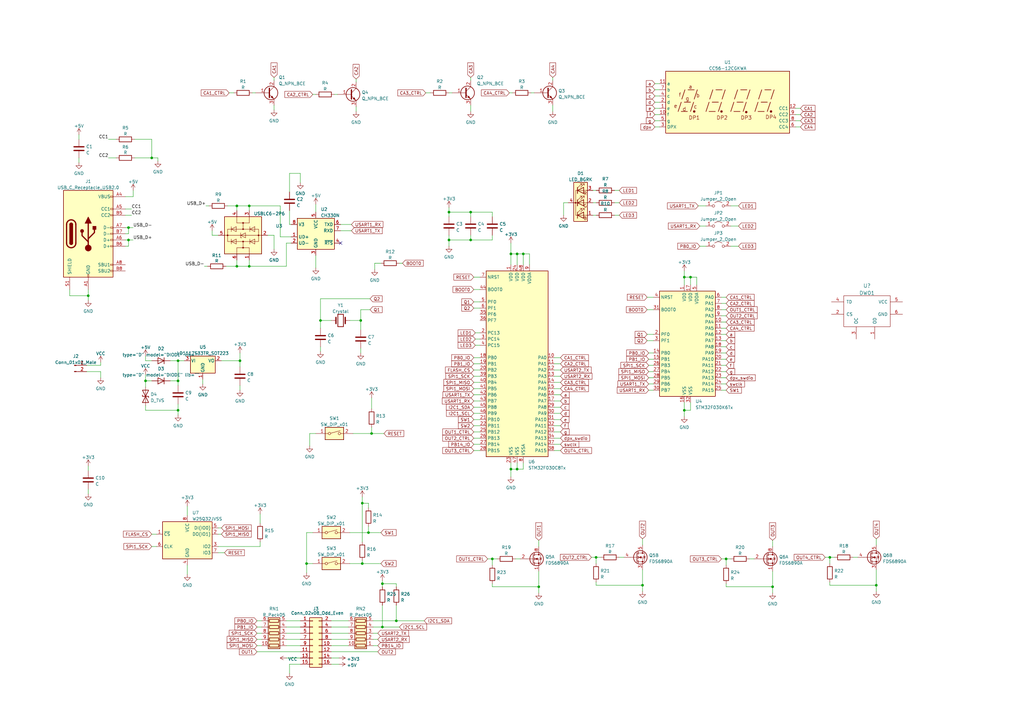
<source format=kicad_sch>
(kicad_sch (version 20211123) (generator eeschema)
  (paper "A3")
  (junction (at 102.235 109.22))
  (junction (at 152.4 177.8))
  (junction (at 36.195 121.285))
  (junction (at 97.155 84.455))
  (junction (at 212.09 104.14))
  (junction (at 62.23 64.77))
  (junction (at 359.41 240.03))
  (junction (at 280.67 168.275))
  (junction (at 220.98 240.665))
  (junction (at 125.73 231.14))
  (junction (at 283.21 113.665))
  (junction (at 184.15 86.995))
  (junction (at 73.025 156.21))
  (junction (at 73.025 147.955))
  (junction (at 209.55 192.405))
  (junction (at 316.865 240.665))
  (junction (at 97.155 109.22))
  (junction (at 148.59 231.14))
  (junction (at 52.705 93.345))
  (junction (at 263.525 240.03))
  (junction (at 156.845 257.175))
  (junction (at 214.63 104.14))
  (junction (at 148.59 206.375))
  (junction (at 193.04 86.995))
  (junction (at 212.09 192.405))
  (junction (at 151.13 218.44))
  (junction (at 340.36 228.6))
  (junction (at 59.69 156.21))
  (junction (at 297.815 229.235))
  (junction (at 184.15 98.425))
  (junction (at 102.235 84.455))
  (junction (at 52.705 98.425))
  (junction (at 156.845 239.395))
  (junction (at 162.56 254.635))
  (junction (at 193.04 98.425))
  (junction (at 209.55 104.14))
  (junction (at 280.67 113.665))
  (junction (at 147.955 131.445))
  (junction (at 244.475 228.6))
  (junction (at 73.025 168.275))
  (junction (at 131.445 131.445))
  (junction (at 98.425 147.955))
  (junction (at 201.93 229.235))
  (no_connect (at 139.7 99.695))
  (wire (pts (xy 62.23 224.155) (xy 64.135 224.155)))
  (wire (pts (xy 268.605 46.99) (xy 270.51 46.99)))
  (wire (pts (xy 243.205 88.265) (xy 244.475 88.265)))
  (wire (pts (xy 51.435 88.265) (xy 53.975 88.265)))
  (wire (pts (xy 128.27 38.735) (xy 129.54 38.735)))
  (wire (pts (xy 266.065 160.02) (xy 267.97 160.02)))
  (wire (pts (xy 35.56 149.86) (xy 41.275 149.86)))
  (wire (pts (xy 112.395 96.52) (xy 112.395 102.235)))
  (wire (pts (xy 212.09 192.405) (xy 209.55 192.405)))
  (wire (pts (xy 119.38 92.075) (xy 118.745 92.075)))
  (wire (pts (xy 156.845 248.285) (xy 156.845 257.175)))
  (wire (pts (xy 265.43 121.92) (xy 267.97 121.92)))
  (wire (pts (xy 194.31 161.925) (xy 196.85 161.925)))
  (wire (pts (xy 36.195 200.66) (xy 36.195 202.565)))
  (wire (pts (xy 156.845 239.395) (xy 162.56 239.395)))
  (wire (pts (xy 51.435 95.885) (xy 52.705 95.885)))
  (wire (pts (xy 220.98 221.615) (xy 220.98 224.155)))
  (wire (pts (xy 55.245 57.15) (xy 62.23 57.15)))
  (wire (pts (xy 118.745 272.415) (xy 118.745 276.225)))
  (wire (pts (xy 59.69 153.67) (xy 59.69 156.21)))
  (wire (pts (xy 283.21 165.1) (xy 283.21 168.275)))
  (wire (pts (xy 244.475 240.03) (xy 263.525 240.03)))
  (wire (pts (xy 263.525 220.98) (xy 263.525 223.52)))
  (wire (pts (xy 265.43 127) (xy 267.97 127)))
  (wire (pts (xy 212.09 189.865) (xy 212.09 192.405)))
  (wire (pts (xy 184.15 86.995) (xy 184.15 88.9)))
  (wire (pts (xy 102.235 106.68) (xy 102.235 109.22)))
  (wire (pts (xy 242.57 228.6) (xy 244.475 228.6)))
  (wire (pts (xy 285.75 113.665) (xy 283.21 113.665)))
  (wire (pts (xy 209.55 104.14) (xy 209.55 108.585)))
  (wire (pts (xy 280.67 165.1) (xy 280.67 168.275)))
  (wire (pts (xy 89.535 96.52) (xy 86.995 96.52)))
  (wire (pts (xy 201.93 229.235) (xy 201.93 231.775)))
  (wire (pts (xy 254 228.6) (xy 255.905 228.6)))
  (wire (pts (xy 105.41 267.335) (xy 123.19 267.335)))
  (wire (pts (xy 244.475 228.6) (xy 244.475 231.14)))
  (wire (pts (xy 217.805 38.1) (xy 219.075 38.1)))
  (wire (pts (xy 143.51 231.14) (xy 148.59 231.14)))
  (wire (pts (xy 243.205 83.185) (xy 244.475 83.185)))
  (wire (pts (xy 131.445 131.445) (xy 135.89 131.445)))
  (wire (pts (xy 299.72 229.235) (xy 297.815 229.235)))
  (wire (pts (xy 105.41 257.175) (xy 107.315 257.175)))
  (wire (pts (xy 148.59 231.14) (xy 156.21 231.14)))
  (wire (pts (xy 193.04 86.995) (xy 193.04 88.9)))
  (wire (pts (xy 52.705 100.965) (xy 52.705 98.425)))
  (wire (pts (xy 131.445 122.555) (xy 131.445 131.445)))
  (wire (pts (xy 193.04 98.425) (xy 184.15 98.425)))
  (wire (pts (xy 147.955 131.445) (xy 147.955 127)))
  (wire (pts (xy 148.59 206.375) (xy 148.59 222.25)))
  (wire (pts (xy 52.705 95.885) (xy 52.705 93.345)))
  (wire (pts (xy 123.19 71.12) (xy 123.19 74.93)))
  (wire (pts (xy 194.31 182.245) (xy 196.85 182.245)))
  (wire (pts (xy 44.45 57.15) (xy 47.625 57.15)))
  (wire (pts (xy 125.73 218.44) (xy 125.73 231.14)))
  (wire (pts (xy 194.31 172.085) (xy 196.85 172.085)))
  (wire (pts (xy 194.31 174.625) (xy 196.85 174.625)))
  (wire (pts (xy 326.39 46.99) (xy 328.295 46.99)))
  (wire (pts (xy 97.155 109.22) (xy 102.235 109.22)))
  (wire (pts (xy 59.69 156.21) (xy 59.69 158.75)))
  (wire (pts (xy 51.435 98.425) (xy 52.705 98.425)))
  (wire (pts (xy 280.67 111.125) (xy 280.67 113.665)))
  (wire (pts (xy 156.845 240.665) (xy 156.845 239.395)))
  (wire (pts (xy 252.095 83.185) (xy 254 83.185)))
  (wire (pts (xy 209.55 99.695) (xy 209.55 104.14)))
  (wire (pts (xy 227.33 154.305) (xy 229.87 154.305)))
  (wire (pts (xy 194.945 139.065) (xy 196.85 139.065)))
  (wire (pts (xy 268.605 36.83) (xy 270.51 36.83)))
  (wire (pts (xy 135.89 254.635) (xy 142.875 254.635)))
  (wire (pts (xy 64.77 64.77) (xy 64.77 66.04)))
  (wire (pts (xy 266.065 154.94) (xy 267.97 154.94)))
  (wire (pts (xy 153.035 262.255) (xy 154.94 262.255)))
  (wire (pts (xy 193.04 86.995) (xy 184.15 86.995)))
  (wire (pts (xy 76.835 207.645) (xy 76.835 211.455)))
  (wire (pts (xy 295.91 134.62) (xy 297.815 134.62)))
  (wire (pts (xy 156.845 257.175) (xy 163.83 257.175)))
  (wire (pts (xy 28.575 118.745) (xy 28.575 121.285)))
  (wire (pts (xy 143.51 131.445) (xy 147.955 131.445)))
  (wire (pts (xy 220.98 234.315) (xy 220.98 240.665)))
  (wire (pts (xy 266.065 149.86) (xy 267.97 149.86)))
  (wire (pts (xy 212.09 104.14) (xy 209.55 104.14)))
  (wire (pts (xy 265.43 137.16) (xy 267.97 137.16)))
  (wire (pts (xy 118.745 71.12) (xy 123.19 71.12)))
  (wire (pts (xy 55.245 64.77) (xy 62.23 64.77)))
  (wire (pts (xy 93.98 38.1) (xy 95.885 38.1)))
  (wire (pts (xy 283.21 168.275) (xy 280.67 168.275)))
  (wire (pts (xy 184.15 38.1) (xy 185.42 38.1)))
  (wire (pts (xy 226.695 43.18) (xy 226.695 45.72)))
  (wire (pts (xy 340.36 238.76) (xy 340.36 240.03)))
  (wire (pts (xy 295.91 127) (xy 297.815 127)))
  (wire (pts (xy 263.525 233.68) (xy 263.525 240.03)))
  (wire (pts (xy 214.63 104.14) (xy 217.17 104.14)))
  (wire (pts (xy 97.155 86.36) (xy 97.155 84.455)))
  (wire (pts (xy 266.065 152.4) (xy 267.97 152.4)))
  (wire (pts (xy 59.69 147.955) (xy 59.69 146.05)))
  (wire (pts (xy 148.59 203.835) (xy 148.59 206.375)))
  (wire (pts (xy 359.41 220.98) (xy 359.41 223.52)))
  (wire (pts (xy 32.385 64.77) (xy 32.385 66.675)))
  (wire (pts (xy 268.605 44.45) (xy 270.51 44.45)))
  (wire (pts (xy 295.91 144.78) (xy 297.815 144.78)))
  (wire (pts (xy 287.02 92.71) (xy 289.56 92.71)))
  (wire (pts (xy 103.505 38.1) (xy 104.775 38.1)))
  (wire (pts (xy 214.63 104.14) (xy 214.63 108.585)))
  (wire (pts (xy 146.05 32.385) (xy 146.05 33.655)))
  (wire (pts (xy 52.705 93.345) (xy 54.61 93.345)))
  (wire (pts (xy 265.43 139.7) (xy 267.97 139.7)))
  (wire (pts (xy 212.09 104.14) (xy 214.63 104.14)))
  (wire (pts (xy 194.31 118.745) (xy 196.85 118.745)))
  (wire (pts (xy 118.745 78.74) (xy 118.745 71.12)))
  (wire (pts (xy 36.195 121.285) (xy 36.195 123.19)))
  (wire (pts (xy 118.745 92.075) (xy 118.745 86.36)))
  (wire (pts (xy 153.67 110.49) (xy 153.67 107.95)))
  (wire (pts (xy 117.475 269.875) (xy 123.19 269.875)))
  (wire (pts (xy 212.09 192.405) (xy 214.63 192.405)))
  (wire (pts (xy 295.91 160.02) (xy 297.815 160.02)))
  (wire (pts (xy 194.31 126.365) (xy 196.85 126.365)))
  (wire (pts (xy 227.33 169.545) (xy 229.87 169.545)))
  (wire (pts (xy 152.4 177.8) (xy 157.48 177.8)))
  (wire (pts (xy 201.93 240.665) (xy 220.98 240.665)))
  (wire (pts (xy 227.33 161.925) (xy 229.87 161.925)))
  (wire (pts (xy 112.395 43.18) (xy 112.395 45.085)))
  (wire (pts (xy 227.33 182.245) (xy 229.87 182.245)))
  (wire (pts (xy 266.065 157.48) (xy 267.97 157.48)))
  (wire (pts (xy 283.21 113.665) (xy 280.67 113.665)))
  (wire (pts (xy 102.235 84.455) (xy 114.935 84.455)))
  (wire (pts (xy 280.67 168.275) (xy 280.67 170.815)))
  (wire (pts (xy 193.04 43.18) (xy 193.04 45.72)))
  (wire (pts (xy 83.185 155.575) (xy 83.185 157.48)))
  (wire (pts (xy 295.91 142.24) (xy 297.815 142.24)))
  (wire (pts (xy 89.535 216.535) (xy 90.805 216.535)))
  (wire (pts (xy 117.475 99.695) (xy 117.475 109.22)))
  (wire (pts (xy 220.98 240.665) (xy 220.98 243.205)))
  (wire (pts (xy 227.33 159.385) (xy 229.87 159.385)))
  (wire (pts (xy 144.78 177.8) (xy 152.4 177.8)))
  (wire (pts (xy 244.475 238.76) (xy 244.475 240.03)))
  (wire (pts (xy 174.625 38.1) (xy 176.53 38.1)))
  (wire (pts (xy 326.39 52.07) (xy 328.295 52.07)))
  (wire (pts (xy 97.155 84.455) (xy 102.235 84.455)))
  (wire (pts (xy 106.68 224.155) (xy 106.68 222.25)))
  (wire (pts (xy 252.095 88.265) (xy 254 88.265)))
  (wire (pts (xy 54.61 80.645) (xy 54.61 78.105)))
  (wire (pts (xy 184.15 85.09) (xy 184.15 86.995)))
  (wire (pts (xy 105.41 254.635) (xy 107.315 254.635)))
  (wire (pts (xy 156.845 238.125) (xy 156.845 239.395)))
  (wire (pts (xy 217.17 108.585) (xy 217.17 104.14)))
  (wire (pts (xy 51.435 85.725) (xy 53.975 85.725)))
  (wire (pts (xy 227.33 172.085) (xy 229.87 172.085)))
  (wire (pts (xy 151.13 208.28) (xy 151.13 206.375)))
  (wire (pts (xy 194.31 159.385) (xy 196.85 159.385)))
  (wire (pts (xy 295.91 132.08) (xy 297.815 132.08)))
  (wire (pts (xy 73.025 156.21) (xy 73.025 147.955)))
  (wire (pts (xy 209.55 192.405) (xy 209.55 195.58)))
  (wire (pts (xy 62.23 147.955) (xy 59.69 147.955)))
  (wire (pts (xy 214.63 189.865) (xy 214.63 192.405)))
  (wire (pts (xy 226.695 31.75) (xy 226.695 33.02)))
  (wire (pts (xy 203.835 229.235) (xy 201.93 229.235)))
  (wire (pts (xy 194.31 156.845) (xy 196.85 156.845)))
  (wire (pts (xy 131.445 142.24) (xy 131.445 144.145)))
  (wire (pts (xy 35.56 152.4) (xy 41.275 152.4)))
  (wire (pts (xy 184.15 98.425) (xy 184.15 100.965)))
  (wire (pts (xy 194.31 164.465) (xy 196.85 164.465)))
  (wire (pts (xy 287.02 100.965) (xy 289.56 100.965)))
  (wire (pts (xy 194.31 179.705) (xy 196.85 179.705)))
  (wire (pts (xy 227.33 151.765) (xy 229.87 151.765)))
  (wire (pts (xy 106.68 210.82) (xy 106.68 214.63)))
  (wire (pts (xy 359.41 240.03) (xy 359.41 242.57)))
  (wire (pts (xy 128.27 218.44) (xy 125.73 218.44)))
  (wire (pts (xy 98.425 144.78) (xy 98.425 147.955)))
  (wire (pts (xy 32.385 55.245) (xy 32.385 57.15)))
  (wire (pts (xy 295.91 157.48) (xy 297.815 157.48)))
  (wire (pts (xy 299.72 84.455) (xy 302.895 84.455)))
  (wire (pts (xy 137.16 38.735) (xy 138.43 38.735)))
  (wire (pts (xy 194.31 149.225) (xy 196.85 149.225)))
  (wire (pts (xy 162.56 254.635) (xy 173.99 254.635)))
  (wire (pts (xy 117.475 264.795) (xy 123.19 264.795)))
  (wire (pts (xy 143.51 218.44) (xy 151.13 218.44)))
  (wire (pts (xy 316.865 234.315) (xy 316.865 240.665)))
  (wire (pts (xy 135.89 259.715) (xy 142.875 259.715)))
  (wire (pts (xy 193.04 96.52) (xy 193.04 98.425)))
  (wire (pts (xy 73.025 147.955) (xy 75.565 147.955)))
  (wire (pts (xy 135.89 262.255) (xy 142.875 262.255)))
  (wire (pts (xy 201.93 86.995) (xy 193.04 86.995)))
  (wire (pts (xy 69.85 147.955) (xy 73.025 147.955)))
  (wire (pts (xy 153.035 259.715) (xy 154.94 259.715)))
  (wire (pts (xy 194.945 141.605) (xy 196.85 141.605)))
  (wire (pts (xy 194.31 154.305) (xy 196.85 154.305)))
  (wire (pts (xy 227.33 146.685) (xy 229.87 146.685)))
  (wire (pts (xy 73.025 156.21) (xy 73.025 158.115)))
  (wire (pts (xy 102.235 84.455) (xy 102.235 86.36)))
  (wire (pts (xy 297.815 240.665) (xy 316.865 240.665)))
  (wire (pts (xy 117.475 257.175) (xy 123.19 257.175)))
  (wire (pts (xy 280.67 113.665) (xy 280.67 116.84)))
  (wire (pts (xy 194.31 167.005) (xy 196.85 167.005)))
  (wire (pts (xy 266.065 144.78) (xy 267.97 144.78)))
  (wire (pts (xy 89.535 219.075) (xy 90.805 219.075)))
  (wire (pts (xy 98.425 147.955) (xy 90.805 147.955)))
  (wire (pts (xy 125.73 231.14) (xy 128.27 231.14)))
  (wire (pts (xy 231.14 83.185) (xy 231.14 88.265)))
  (wire (pts (xy 201.93 88.9) (xy 201.93 86.995)))
  (wire (pts (xy 147.955 131.445) (xy 147.955 135.255)))
  (wire (pts (xy 193.04 31.75) (xy 193.04 33.02)))
  (wire (pts (xy 148.59 229.87) (xy 148.59 231.14)))
  (wire (pts (xy 194.31 177.165) (xy 196.85 177.165)))
  (wire (pts (xy 139.7 94.615) (xy 144.145 94.615)))
  (wire (pts (xy 135.89 264.795) (xy 142.875 264.795)))
  (wire (pts (xy 227.33 167.005) (xy 229.87 167.005)))
  (wire (pts (xy 295.91 124.46) (xy 297.815 124.46)))
  (wire (pts (xy 148.59 206.375) (xy 151.13 206.375)))
  (wire (pts (xy 62.23 156.21) (xy 59.69 156.21)))
  (wire (pts (xy 283.21 116.84) (xy 283.21 113.665)))
  (wire (pts (xy 201.93 239.395) (xy 201.93 240.665)))
  (wire (pts (xy 295.91 137.16) (xy 297.815 137.16)))
  (wire (pts (xy 285.75 113.665) (xy 285.75 116.84)))
  (wire (pts (xy 316.865 221.615) (xy 316.865 224.155)))
  (wire (pts (xy 109.855 96.52) (xy 112.395 96.52)))
  (wire (pts (xy 227.33 179.705) (xy 229.87 179.705)))
  (wire (pts (xy 340.36 240.03) (xy 359.41 240.03)))
  (wire (pts (xy 286.385 84.455) (xy 289.56 84.455)))
  (wire (pts (xy 28.575 121.285) (xy 36.195 121.285)))
  (wire (pts (xy 151.765 122.555) (xy 131.445 122.555)))
  (wire (pts (xy 117.475 262.255) (xy 123.19 262.255)))
  (wire (pts (xy 119.38 99.695) (xy 117.475 99.695)))
  (wire (pts (xy 233.045 83.185) (xy 231.14 83.185)))
  (wire (pts (xy 266.065 147.32) (xy 267.97 147.32)))
  (wire (pts (xy 326.39 44.45) (xy 328.295 44.45)))
  (wire (pts (xy 295.91 129.54) (xy 297.815 129.54)))
  (wire (pts (xy 227.33 156.845) (xy 229.87 156.845)))
  (wire (pts (xy 69.85 156.21) (xy 73.025 156.21)))
  (wire (pts (xy 295.91 149.86) (xy 297.815 149.86)))
  (wire (pts (xy 129.54 83.82) (xy 129.54 86.995)))
  (wire (pts (xy 117.475 254.635) (xy 123.19 254.635)))
  (wire (pts (xy 243.205 78.105) (xy 244.475 78.105)))
  (wire (pts (xy 338.455 228.6) (xy 340.36 228.6)))
  (wire (pts (xy 139.7 92.075) (xy 144.145 92.075)))
  (wire (pts (xy 73.025 165.735) (xy 73.025 168.275)))
  (wire (pts (xy 51.435 80.645) (xy 54.61 80.645)))
  (wire (pts (xy 268.605 39.37) (xy 270.51 39.37)))
  (wire (pts (xy 342.265 228.6) (xy 340.36 228.6)))
  (wire (pts (xy 268.605 34.29) (xy 270.51 34.29)))
  (wire (pts (xy 194.31 123.825) (xy 196.85 123.825)))
  (wire (pts (xy 297.815 239.395) (xy 297.815 240.665)))
  (wire (pts (xy 212.09 108.585) (xy 212.09 104.14)))
  (wire (pts (xy 98.425 147.955) (xy 98.425 150.495)))
  (wire (pts (xy 200.025 229.235) (xy 201.93 229.235)))
  (wire (pts (xy 227.33 184.785) (xy 229.87 184.785)))
  (wire (pts (xy 86.995 96.52) (xy 86.995 94.615)))
  (wire (pts (xy 36.195 191.135) (xy 36.195 193.04)))
  (wire (pts (xy 227.33 177.165) (xy 229.87 177.165)))
  (wire (pts (xy 135.89 269.875) (xy 139.065 269.875)))
  (wire (pts (xy 51.435 93.345) (xy 52.705 93.345)))
  (wire (pts (xy 62.23 57.15) (xy 62.23 64.77)))
  (wire (pts (xy 208.915 38.1) (xy 210.185 38.1)))
  (wire (pts (xy 135.89 257.175) (xy 142.875 257.175)))
  (wire (pts (xy 295.91 229.235) (xy 297.815 229.235)))
  (wire (pts (xy 92.71 109.22) (xy 97.155 109.22)))
  (wire (pts (xy 147.955 127) (xy 151.765 127)))
  (wire (pts (xy 152.4 163.195) (xy 152.4 167.64)))
  (wire (pts (xy 263.525 240.03) (xy 263.525 242.57)))
  (wire (pts (xy 211.455 229.235) (xy 213.36 229.235)))
  (wire (pts (xy 114.935 84.455) (xy 114.935 97.155)))
  (wire (pts (xy 209.55 189.865) (xy 209.55 192.405)))
  (wire (pts (xy 326.39 49.53) (xy 328.295 49.53)))
  (wire (pts (xy 268.605 49.53) (xy 270.51 49.53)))
  (wire (pts (xy 152.4 175.26) (xy 152.4 177.8)))
  (wire (pts (xy 201.93 98.425) (xy 193.04 98.425)))
  (wire (pts (xy 227.33 174.625) (xy 229.87 174.625)))
  (wire (pts (xy 131.445 131.445) (xy 131.445 134.62)))
  (wire (pts (xy 123.19 272.415) (xy 118.745 272.415)))
  (wire (pts (xy 295.91 121.92) (xy 297.815 121.92)))
  (wire (pts (xy 194.31 113.665) (xy 196.85 113.665)))
  (wire (pts (xy 359.41 233.68) (xy 359.41 240.03)))
  (wire (pts (xy 153.035 264.795) (xy 154.94 264.795)))
  (wire (pts (xy 268.605 41.91) (xy 270.51 41.91)))
  (wire (pts (xy 162.56 248.285) (xy 162.56 254.635)))
  (wire (pts (xy 295.91 139.7) (xy 297.815 139.7)))
  (wire (pts (xy 129.54 177.8) (xy 127 177.8)))
  (wire (pts (xy 153.035 254.635) (xy 162.56 254.635)))
  (wire (pts (xy 105.41 259.715) (xy 107.315 259.715)))
  (wire (pts (xy 307.34 229.235) (xy 309.245 229.235)))
  (wire (pts (xy 125.73 231.14) (xy 125.73 234.95)))
  (wire (pts (xy 295.91 152.4) (xy 297.815 152.4)))
  (wire (pts (xy 252.095 78.105) (xy 254 78.105)))
  (wire (pts (xy 93.345 84.455) (xy 97.155 84.455)))
  (wire (pts (xy 299.72 100.965) (xy 302.895 100.965)))
  (wire (pts (xy 340.36 228.6) (xy 340.36 231.14)))
  (wire (pts (xy 297.815 229.235) (xy 297.815 231.775)))
  (wire (pts (xy 98.425 158.115) (xy 98.425 160.02)))
  (wire (pts (xy 201.93 96.52) (xy 201.93 98.425)))
  (wire (pts (xy 194.945 136.525) (xy 196.85 136.525)))
  (wire (pts (xy 52.705 98.425) (xy 54.61 98.425)))
  (wire (pts (xy 59.69 166.37) (xy 59.69 168.275)))
  (wire (pts (xy 194.31 169.545) (xy 196.85 169.545)))
  (wire (pts (xy 83.82 109.22) (xy 85.09 109.22)))
  (wire (pts (xy 112.395 31.75) (xy 112.395 33.02)))
  (wire (pts (xy 36.195 121.285) (xy 36.195 118.745)))
  (wire (pts (xy 227.33 164.465) (xy 229.87 164.465)))
  (wire (pts (xy 295.91 147.32) (xy 297.815 147.32)))
  (wire (pts (xy 41.275 149.86) (xy 41.275 148.59)))
  (wire (pts (xy 73.025 168.275) (xy 73.025 170.18)))
  (wire (pts (xy 153.035 257.175) (xy 156.845 257.175)))
  (wire (pts (xy 135.89 272.415) (xy 139.065 272.415)))
  (wire (pts (xy 129.54 104.775) (xy 129.54 109.855)))
  (wire (pts (xy 59.69 168.275) (xy 73.025 168.275)))
  (wire (pts (xy 147.955 142.875) (xy 147.955 144.78)))
  (wire (pts (xy 135.89 267.335) (xy 154.94 267.335)))
  (wire (pts (xy 117.475 259.715) (xy 123.19 259.715)))
  (wire (pts (xy 114.935 97.155) (xy 119.38 97.155)))
  (wire (pts (xy 89.535 224.155) (xy 106.68 224.155)))
  (wire (pts (xy 268.605 52.07) (xy 270.51 52.07)))
  (wire (pts (xy 76.835 231.775) (xy 76.835 235.585)))
  (wire (pts (xy 44.45 64.77) (xy 47.625 64.77)))
  (wire (pts (xy 316.865 240.665) (xy 316.865 243.205)))
  (wire (pts (xy 105.41 264.795) (xy 107.315 264.795)))
  (wire (pts (xy 151.13 218.44) (xy 156.21 218.44)))
  (wire (pts (xy 51.435 100.965) (xy 52.705 100.965)))
  (wire (pts (xy 84.455 84.455) (xy 85.725 84.455)))
  (wire (pts (xy 299.72 92.71) (xy 302.895 92.71)))
  (wire (pts (xy 227.33 149.225) (xy 229.87 149.225)))
  (wire (pts (xy 102.235 109.22) (xy 117.475 109.22)))
  (wire (pts (xy 151.13 215.9) (xy 151.13 218.44)))
  (wire (pts (xy 97.155 106.68) (xy 97.155 109.22)))
  (wire (pts (xy 163.83 107.95) (xy 165.1 107.95)))
  (wire (pts (xy 194.31 146.685) (xy 196.85 146.685)))
  (wire (pts (xy 89.535 226.695) (xy 92.075 226.695)))
  (wire (pts (xy 146.05 43.815) (xy 146.05 45.72)))
  (wire (pts (xy 127 177.8) (xy 127 182.88)))
  (wire (pts (xy 184.15 96.52) (xy 184.15 98.425)))
  (wire (pts (xy 194.31 151.765) (xy 196.85 151.765)))
  (wire (pts (xy 295.91 154.94) (xy 297.815 154.94)))
  (wire (pts (xy 105.41 262.255) (xy 107.315 262.255)))
  (wire (pts (xy 153.67 107.95) (xy 156.21 107.95)))
  (wire (pts (xy 162.56 240.665) (xy 162.56 239.395)))
  (wire (pts (xy 194.31 184.785) (xy 196.85 184.785)))
  (wire (pts (xy 62.23 219.075) (xy 64.135 219.075)))
  (wire (pts (xy 246.38 228.6) (xy 244.475 228.6)))
  (wire (pts (xy 62.23 64.77) (xy 64.77 64.77)))
  (wire (pts (xy 349.885 228.6) (xy 351.79 228.6)))
  (wire (pts (xy 41.275 152.4) (xy 41.275 154.94)))
  (label "USB_D-" (at 54.61 93.345 0))
  (label "CC1" (at 44.45 57.15 180))
  (label "CC1" (at 53.975 85.725 0))
  (label "CC2" (at 44.45 64.77 180))
  (label "USB_D+" (at 54.61 98.425 0))
  (label "USB_D-" (at 83.82 109.22 180))
  (label "USB_D+" (at 84.455 84.455 180))
  (label "CC2" (at 53.975 88.265 0))
  (global_label "CA2" (shape input) (at 328.295 46.99 0) (property "Intersheet References" "${INTERSHEET_REFS}" (effects hide)))
  (global_label "USART1_RX" (shape input) (at 194.31 164.465 180) (property "Intersheet References" "${INTERSHEET_REFS}" (effects hide)))
  (global_label "OUT2" (shape input) (at 263.525 220.98 90) (property "Intersheet References" "${INTERSHEET_REFS}" (effects hide)))
  (global_label "CA3_CTRL" (shape input) (at 297.815 132.08 0) (property "Intersheet References" "${INTERSHEET_REFS}" (effects hide)))
  (global_label "g" (shape input) (at 297.815 152.4 0) (property "Intersheet References" "${INTERSHEET_REFS}" (effects hide)))
  (global_label "CA2_CTRL" (shape input) (at 229.87 149.225 0) (property "Intersheet References" "${INTERSHEET_REFS}" (effects hide)))
  (global_label "SW2" (shape input) (at 156.21 231.14 0) (property "Intersheet References" "${INTERSHEET_REFS}" (effects hide)))
  (global_label "USART1_TX" (shape input) (at 266.065 157.48 180) (property "Intersheet References" "${INTERSHEET_REFS}" (effects hide)))
  (global_label "LED1" (shape input) (at 254 78.105 0) (property "Intersheet References" "${INTERSHEET_REFS}" (effects hide)))
  (global_label "SPI1_MISO" (shape input) (at 194.31 156.845 180) (property "Intersheet References" "${INTERSHEET_REFS}" (effects hide)))
  (global_label "b" (shape input) (at 297.815 139.7 0) (property "Intersheet References" "${INTERSHEET_REFS}" (effects hide)))
  (global_label "LED2" (shape input) (at 254 83.185 0) (property "Intersheet References" "${INTERSHEET_REFS}" (effects hide)))
  (global_label "SPI1_SCK" (shape input) (at 105.41 259.715 180) (property "Intersheet References" "${INTERSHEET_REFS}" (effects hide)))
  (global_label "CA2" (shape input) (at 146.05 32.385 90) (property "Intersheet References" "${INTERSHEET_REFS}" (effects hide)))
  (global_label "c" (shape input) (at 297.815 142.24 0) (property "Intersheet References" "${INTERSHEET_REFS}" (effects hide)))
  (global_label "BOOT0" (shape input) (at 165.1 107.95 0) (property "Intersheet References" "${INTERSHEET_REFS}" (effects hide)))
  (global_label "Q2" (shape input) (at 194.31 126.365 180) (property "Intersheet References" "${INTERSHEET_REFS}" (effects hide)))
  (global_label "SPI1_MOSI" (shape input) (at 90.805 216.535 0) (property "Intersheet References" "${INTERSHEET_REFS}" (effects hide)))
  (global_label "f" (shape input) (at 297.815 149.86 0) (property "Intersheet References" "${INTERSHEET_REFS}" (effects hide)))
  (global_label "OUT2_CTRL" (shape input) (at 242.57 228.6 180) (property "Intersheet References" "${INTERSHEET_REFS}" (effects hide)))
  (global_label "f" (shape input) (at 268.605 46.99 180) (property "Intersheet References" "${INTERSHEET_REFS}" (effects hide)))
  (global_label "SW1" (shape input) (at 297.815 160.02 0) (property "Intersheet References" "${INTERSHEET_REFS}" (effects hide)))
  (global_label "SPI1_MISO" (shape input) (at 266.065 152.4 180) (property "Intersheet References" "${INTERSHEET_REFS}" (effects hide)))
  (global_label "swclk" (shape input) (at 297.815 157.48 0) (property "Intersheet References" "${INTERSHEET_REFS}" (effects hide)))
  (global_label "d" (shape input) (at 229.87 169.545 0) (property "Intersheet References" "${INTERSHEET_REFS}" (effects hide)))
  (global_label "I2C1_SCL" (shape input) (at 163.83 257.175 0) (property "Intersheet References" "${INTERSHEET_REFS}" (effects hide)))
  (global_label "swclk" (shape input) (at 229.87 182.245 0) (property "Intersheet References" "${INTERSHEET_REFS}" (effects hide)))
  (global_label "d" (shape input) (at 268.605 41.91 180) (property "Intersheet References" "${INTERSHEET_REFS}" (effects hide)))
  (global_label "CA4_CTRL" (shape input) (at 297.815 134.62 0) (property "Intersheet References" "${INTERSHEET_REFS}" (effects hide)))
  (global_label "LED3" (shape input) (at 194.945 141.605 180) (property "Intersheet References" "${INTERSHEET_REFS}" (effects hide)))
  (global_label "PB0_IO" (shape input) (at 194.31 146.685 180) (property "Intersheet References" "${INTERSHEET_REFS}" (effects hide)))
  (global_label "Q1" (shape input) (at 151.765 127 0) (property "Intersheet References" "${INTERSHEET_REFS}" (effects hide)))
  (global_label "USART2_RX" (shape input) (at 154.94 262.255 0) (property "Intersheet References" "${INTERSHEET_REFS}" (effects hide)))
  (global_label "SPI1_MISO" (shape input) (at 105.41 262.255 180) (property "Intersheet References" "${INTERSHEET_REFS}" (effects hide)))
  (global_label "OUT4" (shape input) (at 359.41 220.98 90) (property "Intersheet References" "${INTERSHEET_REFS}" (effects hide)))
  (global_label "SPI1_SCK" (shape input) (at 266.065 149.86 180) (property "Intersheet References" "${INTERSHEET_REFS}" (effects hide)))
  (global_label "SPI1_MISO" (shape input) (at 90.805 219.075 0) (property "Intersheet References" "${INTERSHEET_REFS}" (effects hide)))
  (global_label "g" (shape input) (at 229.87 177.165 0) (property "Intersheet References" "${INTERSHEET_REFS}" (effects hide)))
  (global_label "Q2" (shape input) (at 151.765 122.555 0) (property "Intersheet References" "${INTERSHEET_REFS}" (effects hide)))
  (global_label "OUT1" (shape input) (at 220.98 221.615 90) (property "Intersheet References" "${INTERSHEET_REFS}" (effects hide)))
  (global_label "CA1_CTRL" (shape input) (at 297.815 121.92 0) (property "Intersheet References" "${INTERSHEET_REFS}" (effects hide)))
  (global_label "CA4" (shape input) (at 328.295 52.07 0) (property "Intersheet References" "${INTERSHEET_REFS}" (effects hide)))
  (global_label "OUT2" (shape input) (at 154.94 267.335 0) (property "Intersheet References" "${INTERSHEET_REFS}" (effects hide)))
  (global_label "I2C1_SDA" (shape input) (at 194.31 167.005 180) (property "Intersheet References" "${INTERSHEET_REFS}" (effects hide)))
  (global_label "CA4" (shape input) (at 226.695 31.75 90) (property "Intersheet References" "${INTERSHEET_REFS}" (effects hide)))
  (global_label "e" (shape input) (at 229.87 172.085 0) (property "Intersheet References" "${INTERSHEET_REFS}" (effects hide)))
  (global_label "PB0_IO" (shape input) (at 287.02 100.965 180) (property "Intersheet References" "${INTERSHEET_REFS}" (effects hide)))
  (global_label "a" (shape input) (at 297.815 137.16 0) (property "Intersheet References" "${INTERSHEET_REFS}" (effects hide)))
  (global_label "dpx_swdio" (shape input) (at 297.815 154.94 0) (property "Intersheet References" "${INTERSHEET_REFS}" (effects hide)))
  (global_label "SW2" (shape input) (at 194.31 174.625 180) (property "Intersheet References" "${INTERSHEET_REFS}" (effects hide)))
  (global_label "PB1_IO" (shape input) (at 194.31 149.225 180) (property "Intersheet References" "${INTERSHEET_REFS}" (effects hide)))
  (global_label "LED2" (shape input) (at 302.895 92.71 0) (property "Intersheet References" "${INTERSHEET_REFS}" (effects hide)))
  (global_label "RESET" (shape input) (at 194.31 113.665 180) (property "Intersheet References" "${INTERSHEET_REFS}" (effects hide)))
  (global_label "USART1_TX" (shape input) (at 286.385 84.455 180) (property "Intersheet References" "${INTERSHEET_REFS}" (effects hide)))
  (global_label "OUT3_CTRL" (shape input) (at 194.31 184.785 180) (property "Intersheet References" "${INTERSHEET_REFS}" (effects hide)))
  (global_label "OUT1" (shape input) (at 105.41 267.335 180) (property "Intersheet References" "${INTERSHEET_REFS}" (effects hide)))
  (global_label "PB0_IO" (shape input) (at 105.41 254.635 180) (property "Intersheet References" "${INTERSHEET_REFS}" (effects hide)))
  (global_label "BOOT0" (shape input) (at 194.31 118.745 180) (property "Intersheet References" "${INTERSHEET_REFS}" (effects hide)))
  (global_label "CA2_CTRL" (shape input) (at 297.815 124.46 0) (property "Intersheet References" "${INTERSHEET_REFS}" (effects hide)))
  (global_label "CA4_CTRL" (shape input) (at 208.915 38.1 180) (property "Intersheet References" "${INTERSHEET_REFS}" (effects hide)))
  (global_label "USART1_RX" (shape input) (at 287.02 92.71 180) (property "Intersheet References" "${INTERSHEET_REFS}" (effects hide)))
  (global_label "RESET" (shape input) (at 265.43 121.92 180) (property "Intersheet References" "${INTERSHEET_REFS}" (effects hide)))
  (global_label "dpx_swdio" (shape input) (at 229.87 179.705 0) (property "Intersheet References" "${INTERSHEET_REFS}" (effects hide)))
  (global_label "CA1_CTRL" (shape input) (at 93.98 38.1 180) (property "Intersheet References" "${INTERSHEET_REFS}" (effects hide)))
  (global_label "LED1" (shape input) (at 302.895 84.455 0) (property "Intersheet References" "${INTERSHEET_REFS}" (effects hide)))
  (global_label "Q2" (shape input) (at 265.43 139.7 180) (property "Intersheet References" "${INTERSHEET_REFS}" (effects hide)))
  (global_label "OUT4_CTRL" (shape input) (at 229.87 184.785 0) (property "Intersheet References" "${INTERSHEET_REFS}" (effects hide)))
  (global_label "b" (shape input) (at 229.87 164.465 0) (property "Intersheet References" "${INTERSHEET_REFS}" (effects hide)))
  (global_label "CA1_CTRL" (shape input) (at 229.87 146.685 0) (property "Intersheet References" "${INTERSHEET_REFS}" (effects hide)))
  (global_label "e" (shape input) (at 297.815 147.32 0) (property "Intersheet References" "${INTERSHEET_REFS}" (effects hide)))
  (global_label "SPI1_MOSI" (shape input) (at 105.41 264.795 180) (property "Intersheet References" "${INTERSHEET_REFS}" (effects hide)))
  (global_label "PB14_IO" (shape input) (at 154.94 264.795 0) (property "Intersheet References" "${INTERSHEET_REFS}" (effects hide)))
  (global_label "CA1" (shape input) (at 112.395 31.75 90) (property "Intersheet References" "${INTERSHEET_REFS}" (effects hide)))
  (global_label "FLASH_CS" (shape input) (at 62.23 219.075 180) (property "Intersheet References" "${INTERSHEET_REFS}" (effects hide)))
  (global_label "CA3" (shape input) (at 328.295 49.53 0) (property "Intersheet References" "${INTERSHEET_REFS}" (effects hide)))
  (global_label "FLASH_CS" (shape input) (at 194.31 151.765 180) (property "Intersheet References" "${INTERSHEET_REFS}" (effects hide)))
  (global_label "LED2" (shape input) (at 194.945 139.065 180) (property "Intersheet References" "${INTERSHEET_REFS}" (effects hide)))
  (global_label "USART1_TX" (shape input) (at 194.31 161.925 180) (property "Intersheet References" "${INTERSHEET_REFS}" (effects hide)))
  (global_label "CA2_CTRL" (shape input) (at 128.27 38.735 180) (property "Intersheet References" "${INTERSHEET_REFS}" (effects hide)))
  (global_label "SW1" (shape input) (at 194.31 172.085 180) (property "Intersheet References" "${INTERSHEET_REFS}" (effects hide)))
  (global_label "LED3" (shape input) (at 302.895 100.965 0) (property "Intersheet References" "${INTERSHEET_REFS}" (effects hide)))
  (global_label "USART1_RX" (shape input) (at 144.145 92.075 0) (property "Intersheet References" "${INTERSHEET_REFS}" (effects hide)))
  (global_label "I2C1_SCL" (shape input) (at 194.31 169.545 180) (property "Intersheet References" "${INTERSHEET_REFS}" (effects hide)))
  (global_label "BOOT0" (shape input) (at 265.43 127 180) (property "Intersheet References" "${INTERSHEET_REFS}" (effects hide)))
  (global_label "OUT1_CTRL" (shape input) (at 200.025 229.235 180) (property "Intersheet References" "${INTERSHEET_REFS}" (effects hide)))
  (global_label "I2C1_SDA" (shape input) (at 173.99 254.635 0) (property "Intersheet References" "${INTERSHEET_REFS}" (effects hide)))
  (global_label "USART2_TX" (shape input) (at 154.94 259.715 0) (property "Intersheet References" "${INTERSHEET_REFS}" (effects hide)))
  (global_label "OUT3_CTRL" (shape input) (at 295.91 229.235 180) (property "Intersheet References" "${INTERSHEET_REFS}" (effects hide)))
  (global_label "SW1" (shape input) (at 156.21 218.44 0) (property "Intersheet References" "${INTERSHEET_REFS}" (effects hide)))
  (global_label "SPI1_SCK" (shape input) (at 62.23 224.155 180) (property "Intersheet References" "${INTERSHEET_REFS}" (effects hide)))
  (global_label "RESET" (shape input) (at 92.075 226.695 0) (property "Intersheet References" "${INTERSHEET_REFS}" (effects hide)))
  (global_label "SPI1_SCK" (shape input) (at 194.31 154.305 180) (property "Intersheet References" "${INTERSHEET_REFS}" (effects hide)))
  (global_label "CA4_CTRL" (shape input) (at 229.87 159.385 0) (property "Intersheet References" "${INTERSHEET_REFS}" (effects hide)))
  (global_label "OUT2_CTRL" (shape input) (at 297.815 129.54 0) (property "Intersheet References" "${INTERSHEET_REFS}" (effects hide)))
  (global_label "CA1" (shape input) (at 328.295 44.45 0) (property "Intersheet References" "${INTERSHEET_REFS}" (effects hide)))
  (global_label "SPI1_MOSI" (shape input) (at 266.065 154.94 180) (property "Intersheet References" "${INTERSHEET_REFS}" (effects hide)))
  (global_label "e" (shape input) (at 268.605 44.45 180) (property "Intersheet References" "${INTERSHEET_REFS}" (effects hide)))
  (global_label "CA3_CTRL" (shape input) (at 229.87 156.845 0) (property "Intersheet References" "${INTERSHEET_REFS}" (effects hide)))
  (global_label "SPI1_MOSI" (shape input) (at 194.31 159.385 180) (property "Intersheet References" "${INTERSHEET_REFS}" (effects hide)))
  (global_label "USART1_TX" (shape input) (at 144.145 94.615 0) (property "Intersheet References" "${INTERSHEET_REFS}" (effects hide)))
  (global_label "dpx" (shape input) (at 268.605 52.07 180) (property "Intersheet References" "${INTERSHEET_REFS}" (effects hide)))
  (global_label "f" (shape input) (at 229.87 174.625 0) (property "Intersheet References" "${INTERSHEET_REFS}" (effects hide)))
  (global_label "c" (shape input) (at 229.87 167.005 0) (property "Intersheet References" "${INTERSHEET_REFS}" (effects hide)))
  (global_label "Q1" (shape input) (at 265.43 137.16 180) (property "Intersheet References" "${INTERSHEET_REFS}" (effects hide)))
  (global_label "PB1_IO" (shape input) (at 266.065 147.32 180) (property "Intersheet References" "${INTERSHEET_REFS}" (effects hide)))
  (global_label "OUT3" (shape input) (at 316.865 221.615 90) (property "Intersheet References" "${INTERSHEET_REFS}" (effects hide)))
  (global_label "OUT4_CTRL" (shape input) (at 338.455 228.6 180) (property "Intersheet References" "${INTERSHEET_REFS}" (effects hide)))
  (global_label "OUT2_CTRL" (shape input) (at 194.31 179.705 180) (property "Intersheet References" "${INTERSHEET_REFS}" (effects hide)))
  (global_label "c" (shape input) (at 268.605 39.37 180) (property "Intersheet References" "${INTERSHEET_REFS}" (effects hide)))
  (global_label "a" (shape input) (at 268.605 34.29 180) (property "Intersheet References" "${INTERSHEET_REFS}" (effects hide)))
  (global_label "b" (shape input) (at 268.605 36.83 180) (property "Intersheet References" "${INTERSHEET_REFS}" (effects hide)))
  (global_label "PB1_IO" (shape input) (at 105.41 257.175 180) (property "Intersheet References" "${INTERSHEET_REFS}" (effects hide)))
  (global_label "g" (shape input) (at 268.605 49.53 180) (property "Intersheet References" "${INTERSHEET_REFS}" (effects hide)))
  (global_label "RESET" (shape input) (at 157.48 177.8 0) (property "Intersheet References" "${INTERSHEET_REFS}" (effects hide)))
  (global_label "d" (shape input) (at 297.815 144.78 0) (property "Intersheet References" "${INTERSHEET_REFS}" (effects hide)))
  (global_label "OUT1_CTRL" (shape input) (at 297.815 127 0) (property "Intersheet References" "${INTERSHEET_REFS}" (effects hide)))
  (global_label "USART1_RX" (shape input) (at 266.065 160.02 180) (property "Intersheet References" "${INTERSHEET_REFS}" (effects hide)))
  (global_label "LED1" (shape input) (at 194.945 136.525 180) (property "Intersheet References" "${INTERSHEET_REFS}" (effects hide)))
  (global_label "a" (shape input) (at 229.87 161.925 0) (property "Intersheet References" "${INTERSHEET_REFS}" (effects hide)))
  (global_label "PB14_IO" (shape input) (at 194.31 182.245 180) (property "Intersheet References" "${INTERSHEET_REFS}" (effects hide)))
  (global_label "USART2_TX" (shape input) (at 229.87 151.765 0) (property "Intersheet References" "${INTERSHEET_REFS}" (effects hide)))
  (global_label "LED3" (shape input) (at 254 88.265 0) (property "Intersheet References" "${INTERSHEET_REFS}" (effects hide)))
  (global_label "CA3" (shape input) (at 193.04 31.75 90) (property "Intersheet References" "${INTERSHEET_REFS}" (effects hide)))
  (global_label "PB0_IO" (shape input) (at 266.065 144.78 180) (property "Intersheet References" "${INTERSHEET_REFS}" (effects hide)))
  (global_label "USART2_RX" (shape input) (at 229.87 154.305 0) (property "Intersheet References" "${INTERSHEET_REFS}" (effects hide)))
  (global_label "CA3_CTRL" (shape input) (at 174.625 38.1 180) (property "Intersheet References" "${INTERSHEET_REFS}" (effects hide)))
  (global_label "OUT1_CTRL" (shape input) (at 194.31 177.165 180) (property "Intersheet References" "${INTERSHEET_REFS}" (effects hide)))
  (global_label "Q1" (shape input) (at 194.31 123.825 180) (property "Intersheet References" "${INTERSHEET_REFS}" (effects hide)))
  (symbol (lib_id "Device:R") (at 201.93 235.585 180) (unit 1)
    (property "Reference" "R23" (at 203.708 234.7503 0) (effects (justify right)))
    (property "Value" "R" (at 203.708 237.2872 0) (effects (justify right)))
    (property "Footprint" "Resistor_SMD:R_0603_1608Metric_Pad0.98x0.95mm_HandSolder" (effects hide))
  )
  (symbol (lib_id "power:+3.3V") (at 209.55 99.695 0) (unit 1)
    (property "Reference" "#PWR0105" (effects hide))
    (property "Value" "+3.3V" (at 209.55 96.1192 0))
  )
  (symbol (lib_id "power:GND") (at 129.54 109.855 0) (unit 1)
    (property "Reference" "#PWR0119" (effects hide))
    (property "Value" "GND" (at 129.54 114.2984 0))
  )
  (symbol (lib_id "power:+5V") (at 86.995 94.615 0) (unit 1)
    (property "Reference" "#PWR0113" (effects hide))
    (property "Value" "+5V" (at 86.995 91.0392 0))
  )
  (symbol (lib_id "Connector:USB_C_Receptacle_USB2.0") (at 36.195 95.885 0) (unit 1)
    (property "Reference" "J1" (at 36.195 74.4052 0))
    (property "Value" "USB_C_Receptacle_USB2.0" (at 36.195 76.9421 0))
    (property "Footprint" "Connector_USB:USB_C_Receptacle_GCT_USB4105-xx-A_16P_TopMnt_Horizontal" (effects hide))
    (property "Datasheet" "https://www.usb.org/sites/default/files/documents/usb_type-c.zip" (effects hide))
  )
  (symbol (lib_id "Device:R") (at 51.435 64.77 90) (unit 1)
    (property "Reference" "R6" (at 51.435 60.325 90))
    (property "Value" "R" (at 51.435 62.5911 90))
    (property "Footprint" "Resistor_SMD:R_0603_1608Metric_Pad0.98x0.95mm_HandSolder" (effects hide))
  )
  (symbol (lib_id "power:GND") (at 36.195 123.19 0) (unit 1)
    (property "Reference" "#PWR0117" (effects hide))
    (property "Value" "GND" (at 36.195 127.6334 0))
  )
  (symbol (lib_id "power:+5V") (at 54.61 78.105 0) (unit 1)
    (property "Reference" "#PWR0112" (effects hide))
    (property "Value" "+5V" (at 54.61 74.5292 0))
  )
  (symbol (lib_id "power:GND") (at 118.745 276.225 0) (unit 1)
    (property "Reference" "#PWR0137" (effects hide))
    (property "Value" "GND" (at 118.745 280.6684 0))
  )
  (symbol (lib_id "Device:R") (at 248.285 78.105 90) (unit 1)
    (property "Reference" "R7" (at 248.285 73.3892 90))
    (property "Value" "R" (at 248.285 75.9261 90))
    (property "Footprint" "Resistor_SMD:R_0603_1608Metric_Pad0.98x0.95mm_HandSolder" (effects hide))
  )
  (symbol (lib_id "Jumper:Jumper_2_Open") (at 294.64 84.455 0) (unit 1)
    (property "Reference" "JP1" (at 294.64 79.1042 0))
    (property "Value" "Jumper_2_Open" (at 294.64 81.6411 0))
    (property "Footprint" "Jumper:SolderJumper-2_P1.3mm_Open_TrianglePad1.0x1.5mm" (effects hide))
  )
  (symbol (lib_id "power:GND") (at 83.185 157.48 0) (unit 1)
    (property "Reference" "#PWR0132" (effects hide))
    (property "Value" "GND" (at 83.185 161.9234 0))
  )
  (symbol (lib_id "Regulator_Linear:LD1117S33TR_SOT223") (at 83.185 147.955 0) (unit 1)
    (property "Reference" "U5" (at 83.185 142.3502 0))
    (property "Value" "LD1117S33TR_SOT223" (at 83.185 144.8871 0))
    (property "Footprint" "Package_TO_SOT_SMD:SOT-223-3_TabPin2" (effects hide))
    (property "Datasheet" "http://www.st.com/st-web-ui/static/active/en/resource/technical/document/datasheet/CD00000544.pdf" (effects hide))
  )
  (symbol (lib_id "Device:R") (at 248.285 83.185 90) (unit 1)
    (property "Reference" "R8" (at 248.285 78.4692 90))
    (property "Value" "R" (at 248.285 81.0061 90))
    (property "Footprint" "Resistor_SMD:R_0603_1608Metric_Pad0.98x0.95mm_HandSolder" (effects hide))
  )
  (symbol (lib_id "power:GND") (at 64.77 66.04 0) (unit 1)
    (property "Reference" "#PWR0114" (effects hide))
    (property "Value" "GND" (at 64.77 70.4834 0))
  )
  (symbol (lib_id "Device:C") (at 98.425 154.305 0) (unit 1)
    (property "Reference" "C8" (at 101.346 153.4703 0) (effects (justify left)))
    (property "Value" "C" (at 101.346 156.0072 0) (effects (justify left)))
    (property "Footprint" "Capacitor_SMD:C_0603_1608Metric_Pad1.08x0.95mm_HandSolder" (effects hide))
  )
  (symbol (lib_id "power:GND") (at 36.195 202.565 0) (unit 1)
    (property "Reference" "#PWR0145" (effects hide))
    (property "Value" "GND" (at 36.195 207.0084 0))
  )
  (symbol (lib_id "Device:R") (at 99.695 38.1 90) (unit 1)
    (property "Reference" "R1" (at 99.695 33.3842 90))
    (property "Value" "R" (at 99.695 35.9211 90))
    (property "Footprint" "Resistor_SMD:R_0603_1608Metric_Pad0.98x0.95mm_HandSolder" (effects hide))
  )
  (symbol (lib_id "power:GND") (at 112.395 102.235 0) (unit 1)
    (property "Reference" "#PWR0111" (effects hide))
    (property "Value" "GND" (at 112.395 106.6784 0))
  )
  (symbol (lib_id "Device:Q_NPN_BCE") (at 190.5 38.1 0) (unit 1)
    (property "Reference" "Q2" (at 195.58 31.75 0) (effects (justify left)))
    (property "Value" "Q_NPN_BCE" (at 195.58 34.29 0) (effects (justify left)))
    (property "Footprint" "Package_TO_SOT_SMD:SOT-23-3" (effects hide))
  )
  (symbol (lib_id "power:GND") (at 231.14 88.265 0) (unit 1)
    (property "Reference" "#PWR0104" (effects hide))
    (property "Value" "GND" (at 231.14 92.7084 0))
  )
  (symbol (lib_id "power:+5V") (at 129.54 83.82 0) (unit 1)
    (property "Reference" "#PWR0110" (effects hide))
    (property "Value" "+5V" (at 129.54 80.2442 0))
  )
  (symbol (lib_id "Switch:SW_DIP_x01") (at 135.89 218.44 0) (unit 1)
    (property "Reference" "SW2" (at 135.89 212.2002 0))
    (property "Value" "SW_DIP_x01" (at 135.89 214.7371 0))
    (property "Footprint" "Button_Switch_SMD:SW_Push_1P1T_NO_Vertical_Wuerth_434133025816" (effects hide))
  )
  (symbol (lib_id "Device:R") (at 160.02 107.95 90) (unit 1)
    (property "Reference" "R12" (at 160.02 103.2342 90))
    (property "Value" "R" (at 160.02 105.7711 90))
    (property "Footprint" "Resistor_SMD:R_0603_1608Metric_Pad0.98x0.95mm_HandSolder" (effects hide))
  )
  (symbol (lib_id "power:+3.3V") (at 76.835 207.645 0) (unit 1)
    (property "Reference" "#PWR0127" (effects hide))
    (property "Value" "+3.3V" (at 76.835 204.0692 0))
  )
  (symbol (lib_id "Device:C") (at 131.445 138.43 180) (unit 1)
    (property "Reference" "C6" (at 134.366 137.5953 0) (effects (justify right)))
    (property "Value" "C" (at 134.366 140.1322 0) (effects (justify right)))
    (property "Footprint" "Capacitor_SMD:C_0603_1608Metric_Pad1.08x0.95mm_HandSolder" (effects hide))
  )
  (symbol (lib_id "power:GND") (at 220.98 243.205 0) (unit 1)
    (property "Reference" "#PWR0101" (effects hide))
    (property "Value" "GND" (at 220.98 247.6484 0))
  )
  (symbol (lib_id "Device:LED_BGRK") (at 238.125 83.185 0) (unit 1)
    (property "Reference" "D1" (at 238.125 71.1032 0))
    (property "Value" "LED_BGRK" (at 238.125 73.6401 0))
    (property "Footprint" "LED_SMD:LED_RGB_1210" (effects hide))
  )
  (symbol (lib_id "power:+3.3V") (at 156.845 238.125 0) (unit 1)
    (property "Reference" "#PWR0150" (effects hide))
    (property "Value" "+3.3V" (at 156.845 234.5492 0))
  )
  (symbol (lib_id "power:GND") (at 76.835 235.585 0) (unit 1)
    (property "Reference" "#PWR0140" (effects hide))
    (property "Value" "GND" (at 76.835 240.0284 0))
  )
  (symbol (lib_id "Device:R") (at 89.535 84.455 90) (unit 1)
    (property "Reference" "R9" (at 89.535 79.7392 90))
    (property "Value" "R" (at 89.535 82.2761 90))
    (property "Footprint" "Resistor_SMD:R_0603_1608Metric_Pad0.98x0.95mm_HandSolder" (effects hide))
  )
  (symbol (lib_id "Device:R_Pack05") (at 112.395 259.715 90) (unit 1)
    (property "Reference" "RN1" (at 112.395 249.6652 90))
    (property "Value" "R_Pack05" (at 112.395 252.2021 90))
    (property "Footprint" "Resistor_SMD:R_Array_Convex_5x0603" (effects hide))
  )
  (symbol (lib_id "Device:Q_NPN_BCE") (at 224.155 38.1 0) (unit 1)
    (property "Reference" "Q3" (at 229.0064 37.2653 0) (effects (justify left)))
    (property "Value" "Q_NPN_BCE" (at 229.0064 39.8022 0) (effects (justify left)))
    (property "Footprint" "Package_TO_SOT_SMD:SOT-23-3" (effects hide))
  )
  (symbol (lib_id "Device:R") (at 180.34 38.1 90) (unit 1)
    (property "Reference" "R2" (at 180.34 33.3842 90))
    (property "Value" "R" (at 180.34 35.9211 90))
    (property "Footprint" "Resistor_SMD:R_0603_1608Metric_Pad0.98x0.95mm_HandSolder" (effects hide))
  )
  (symbol (lib_id "Device:C") (at 184.15 92.71 0) (unit 1)
    (property "Reference" "C3" (at 187.071 91.8753 0) (effects (justify left)))
    (property "Value" "C" (at 187.071 94.4122 0) (effects (justify left)))
    (property "Footprint" "Capacitor_SMD:C_0603_1608Metric_Pad1.08x0.95mm_HandSolder" (effects hide))
  )
  (symbol (lib_id "power:GND") (at 209.55 195.58 0) (unit 1)
    (property "Reference" "#PWR0108" (effects hide))
    (property "Value" "GND" (at 209.55 200.0234 0))
  )
  (symbol (lib_id "power:GND") (at 146.05 45.72 0) (unit 1)
    (property "Reference" "#PWR0122" (effects hide))
    (property "Value" "GND" (at 146.05 50.1634 0))
  )
  (symbol (lib_id "power:+3.3V") (at 36.195 191.135 0) (unit 1)
    (property "Reference" "#PWR0144" (effects hide))
    (property "Value" "+3.3V" (at 36.195 187.5592 0))
  )
  (symbol (lib_id "Device:R") (at 151.13 212.09 180) (unit 1)
    (property "Reference" "R14" (at 152.908 211.2553 0) (effects (justify right)))
    (property "Value" "R" (at 152.908 213.7922 0) (effects (justify right)))
    (property "Footprint" "Resistor_SMD:R_0603_1608Metric_Pad0.98x0.95mm_HandSolder" (effects hide))
  )
  (symbol (lib_id "power:VCC") (at 41.275 148.59 0) (unit 1)
    (property "Reference" "#PWR0141" (effects hide))
    (property "Value" "VCC" (at 41.275 145.0142 0))
  )
  (symbol (lib_id "power:GND") (at 127 182.88 0) (unit 1)
    (property "Reference" "#PWR0130" (effects hide))
    (property "Value" "GND" (at 127 187.3234 0))
  )
  (symbol (lib_id "power:+3.3V") (at 184.15 85.09 0) (unit 1)
    (property "Reference" "#PWR0123" (effects hide))
    (property "Value" "+3.3V" (at 184.15 81.5142 0))
  )
  (symbol (lib_id "Memory_Flash:W25Q32JVSS") (at 76.835 221.615 0) (unit 1)
    (property "Reference" "U7" (at 78.8544 210.2952 0) (effects (justify left)))
    (property "Value" "W25Q32JVSS" (at 78.8544 212.8321 0) (effects (justify left)))
    (property "Footprint" "Package_SO:SOIC-8_5.23x5.23mm_P1.27mm" (effects hide))
    (property "Datasheet" "http://www.winbond.com/resource-files/w25q32jv%20revg%2003272018%20plus.pdf" (effects hide))
  )
  (symbol (lib_id "Device:R") (at 340.36 234.95 180) (unit 1)
    (property "Reference" "R22" (at 342.138 234.1153 0) (effects (justify right)))
    (property "Value" "R" (at 342.138 236.6522 0) (effects (justify right)))
    (property "Footprint" "Resistor_SMD:R_0603_1608Metric_Pad0.98x0.95mm_HandSolder" (effects hide))
  )
  (symbol (lib_id "power:GND") (at 73.025 170.18 0) (unit 1)
    (property "Reference" "#PWR0143" (effects hide))
    (property "Value" "GND" (at 73.025 174.6234 0))
  )
  (symbol (lib_id "Power_Protection:USBLC6-2P6") (at 99.695 96.52 90) (unit 1)
    (property "Reference" "U3" (at 114.4459 92.6933 90))
    (property "Value" "USBLC6-2P6" (at 110.49 87.63 90))
    (property "Footprint" "Package_TO_SOT_SMD:SOT-666" (effects hide))
    (property "Datasheet" "https://www.st.com/resource/en/datasheet/usblc6-2.pdf" (effects hide))
  )
  (symbol (lib_id "power:GND") (at 359.41 242.57 0) (unit 1)
    (property "Reference" "#PWR0107" (effects hide))
    (property "Value" "GND" (at 359.41 247.0134 0))
  )
  (symbol (lib_id "power:GND") (at 184.15 100.965 0) (unit 1)
    (property "Reference" "#PWR0118" (effects hide))
    (property "Value" "GND" (at 184.15 105.4084 0))
  )
  (symbol (lib_id "Jumper:Jumper_2_Open") (at 294.64 92.71 0) (unit 1)
    (property "Reference" "JP2" (at 294.64 87.3592 0))
    (property "Value" "Jumper_2_Open" (at 294.64 89.8961 0))
    (property "Footprint" "Jumper:SolderJumper-2_P1.3mm_Open_TrianglePad1.0x1.5mm" (effects hide))
  )
  (symbol (lib_id "Device:R") (at 88.9 109.22 90) (unit 1)
    (property "Reference" "R11" (at 88.9 104.775 90))
    (property "Value" "R" (at 88.9 107.0411 90))
    (property "Footprint" "Resistor_SMD:R_0603_1608Metric_Pad0.98x0.95mm_HandSolder" (effects hide))
  )
  (symbol (lib_id "power:VCC") (at 59.69 153.67 0) (unit 1)
    (property "Reference" "#PWR0146" (effects hide))
    (property "Value" "VCC" (at 59.69 150.0942 0))
  )
  (symbol (lib_id "Transistor_FET:FDS6890A") (at 218.44 229.235 0) (unit 1)
    (property "Reference" "Q5" (at 223.647 228.4003 0) (effects (justify left)))
    (property "Value" "FDS6890A" (at 223.647 230.9372 0) (effects (justify left)))
    (property "Footprint" "Package_SO:SOIC-8_3.9x4.9mm_P1.27mm" (effects hide))
    (property "Datasheet" "https://www.onsemi.com/pub/Collateral/FDS6890A-D.PDF" (effects hide))
  )
  (symbol (lib_id "power:GND") (at 112.395 45.085 0) (unit 1)
    (property "Reference" "#PWR0124" (effects hide))
    (property "Value" "GND" (at 112.395 49.5284 0))
  )
  (symbol (lib_id "Device:R") (at 346.075 228.6 90) (unit 1)
    (property "Reference" "R18" (at 346.075 223.8842 90))
    (property "Value" "R" (at 346.075 226.4211 90))
    (property "Footprint" "Resistor_SMD:R_0603_1608Metric_Pad0.98x0.95mm_HandSolder" (effects hide))
  )
  (symbol (lib_id "Switch:SW_DIP_x01") (at 135.89 231.14 0) (unit 1)
    (property "Reference" "SW3" (at 135.89 224.9002 0))
    (property "Value" "SW_DIP_x01" (at 135.89 227.4371 0))
    (property "Footprint" "Button_Switch_SMD:SW_Push_1P1T_NO_Vertical_Wuerth_434133025816" (effects hide))
  )
  (symbol (lib_id "Device:R") (at 152.4 171.45 180) (unit 1)
    (property "Reference" "R13" (at 154.178 170.6153 0) (effects (justify right)))
    (property "Value" "R" (at 154.178 173.1522 0) (effects (justify right)))
    (property "Footprint" "Resistor_SMD:R_0603_1608Metric_Pad0.98x0.95mm_HandSolder" (effects hide))
  )
  (symbol (lib_id "Switch:SW_DIP_x01") (at 137.16 177.8 0) (unit 1)
    (property "Reference" "SW1" (at 137.16 171.5602 0))
    (property "Value" "SW_DIP_x01" (at 137.16 174.0971 0))
    (property "Footprint" "Button_Switch_SMD:SW_Push_1P1T_NO_Vertical_Wuerth_434133025816" (effects hide))
  )
  (symbol (lib_id "Device:D_TVS") (at 59.69 162.56 90) (unit 1)
    (property "Reference" "D4" (at 61.722 161.7253 90) (effects (justify right)))
    (property "Value" "D_TVS" (at 61.722 164.2622 90) (effects (justify right)))
    (property "Footprint" "Diode_SMD:D_SMB" (effects hide))
  )
  (symbol (lib_id "Transistor_FET:FDS6890A") (at 356.87 228.6 0) (unit 2)
    (property "Reference" "Q6" (at 362.077 227.7653 0) (effects (justify left)))
    (property "Value" "FDS6890A" (at 362.077 230.3022 0) (effects (justify left)))
    (property "Footprint" "Package_SO:SOIC-8_3.9x4.9mm_P1.27mm" (effects hide))
    (property "Datasheet" "https://www.onsemi.com/pub/Collateral/FDS6890A-D.PDF" (effects hide))
  )
  (symbol (lib_id "Interface_USB:CH330N") (at 129.54 94.615 0) (unit 1)
    (property "Reference" "U2" (at 131.5594 85.8352 0) (effects (justify left)))
    (property "Value" "CH330N" (at 131.5594 88.3721 0) (effects (justify left)))
    (property "Footprint" "Package_SO:SOIC-8_3.9x4.9mm_P1.27mm" (effects hide))
    (property "Datasheet" "http://www.wch.cn/downloads/file/240.html" (effects hide))
  )
  (symbol (lib_id "Device:R") (at 156.845 244.475 180) (unit 1)
    (property "Reference" "R25" (at 158.623 243.6403 0) (effects (justify right)))
    (property "Value" "R" (at 158.623 246.1772 0) (effects (justify right)))
    (property "Footprint" "Resistor_SMD:R_0603_1608Metric_Pad0.98x0.95mm_HandSolder" (effects hide))
  )
  (symbol (lib_id "power:GND") (at 147.955 144.78 0) (unit 1)
    (property "Reference" "#PWR0134" (effects hide))
    (property "Value" "GND" (at 147.955 149.2234 0))
  )
  (symbol (lib_id "power:+5V") (at 59.69 146.05 0) (unit 1)
    (property "Reference" "#PWR0147" (effects hide))
    (property "Value" "+5V" (at 59.69 142.4742 0))
  )
  (symbol (lib_id "Display_Character:CC56-12CGKWA") (at 298.45 41.91 0) (unit 1)
    (property "Reference" "U1" (at 298.45 25.5102 0))
    (property "Value" "CC56-12CGKWA" (at 298.45 28.0471 0))
    (property "Footprint" "Display_7Segment:CA56-12CGKWA" (effects hide))
    (property "Datasheet" "http://www.kingbright.com/attachments/file/psearch/000/00/00/CC56-12CGKWA(Ver.8A).pdf" (effects hide))
  )
  (symbol (lib_id "power:+3.3V") (at 106.68 210.82 0) (unit 1)
    (property "Reference" "#PWR0128" (effects hide))
    (property "Value" "+3.3V" (at 106.68 207.2442 0))
  )
  (symbol (lib_id "Device:C") (at 201.93 92.71 0) (unit 1)
    (property "Reference" "C5" (at 204.851 91.8753 0) (effects (justify left)))
    (property "Value" "C" (at 204.851 94.4122 0) (effects (justify left)))
    (property "Footprint" "Capacitor_SMD:C_0603_1608Metric_Pad1.08x0.95mm_HandSolder" (effects hide))
  )
  (symbol (lib_id "Device:C") (at 118.745 82.55 0) (unit 1)
    (property "Reference" "C2" (at 121.666 81.7153 0) (effects (justify left)))
    (property "Value" "C" (at 121.666 84.2522 0) (effects (justify left)))
    (property "Footprint" "Capacitor_SMD:C_0603_1608Metric_Pad1.08x0.95mm_HandSolder" (effects hide))
  )
  (symbol (lib_id "Device:R") (at 297.815 235.585 180) (unit 1)
    (property "Reference" "R24" (at 299.593 234.7503 0) (effects (justify right)))
    (property "Value" "R" (at 299.593 237.2872 0) (effects (justify right)))
    (property "Footprint" "Resistor_SMD:R_0603_1608Metric_Pad0.98x0.95mm_HandSolder" (effects hide))
  )
  (symbol (lib_id "power:+3.3V") (at 139.065 269.875 270) (unit 1)
    (property "Reference" "#PWR0135" (effects hide))
    (property "Value" "+3.3V" (at 142.24 270.3088 90) (effects (justify left)))
  )
  (symbol (lib_id "power:GND") (at 316.865 243.205 0) (unit 1)
    (property "Reference" "#PWR0106" (effects hide))
    (property "Value" "GND" (at 316.865 247.6484 0))
  )
  (symbol (lib_id "Device:Crystal") (at 139.7 131.445 0) (unit 1)
    (property "Reference" "Y1" (at 139.7 125.1798 0))
    (property "Value" "Crystal" (at 139.7 127.7167 0))
    (property "Footprint" "Crystal:Crystal_HC49-4H_Vertical" (effects hide))
  )
  (symbol (lib_id "MCU_ST_STM32F0:STM32F030C8Tx") (at 212.09 149.225 0) (unit 1)
    (property "Reference" "U6" (at 216.6494 189.3554 0) (effects (justify left)))
    (property "Value" "STM32F030C8Tx" (at 216.6494 191.8923 0) (effects (justify left)))
    (property "Footprint" "Package_QFP:LQFP-48_7x7mm_P0.5mm" (effects hide))
    (property "Datasheet" "http://www.st.com/st-web-ui/static/active/en/resource/technical/document/datasheet/DM00088500.pdf" (effects hide))
  )
  (symbol (lib_id "power:+3.3V") (at 98.425 144.78 0) (unit 1)
    (property "Reference" "#PWR0131" (effects hide))
    (property "Value" "+3.3V" (at 98.425 141.2042 0))
  )
  (symbol (lib_id "power:GND") (at 131.445 144.145 0) (unit 1)
    (property "Reference" "#PWR0126" (effects hide))
    (property "Value" "GND" (at 131.445 148.5884 0))
  )
  (symbol (lib_id "Device:C") (at 36.195 196.85 0) (unit 1)
    (property "Reference" "C10" (at 39.116 196.0153 0) (effects (justify left)))
    (property "Value" "C" (at 39.116 198.5522 0) (effects (justify left)))
    (property "Footprint" "Capacitor_SMD:C_0603_1608Metric_Pad1.08x0.95mm_HandSolder" (effects hide))
  )
  (symbol (lib_id "Connector_Generic:Conn_02x08_Odd_Even") (at 128.27 262.255 0) (unit 1)
    (property "Reference" "J3" (at 129.54 249.6652 0))
    (property "Value" "Conn_02x08_Odd_Even" (at 130.175 251.46 0))
    (property "Footprint" "Connector_IDC:IDC-Header_2x08_P2.54mm_Vertical" (effects hide))
  )
  (symbol (lib_id "Device:R") (at 106.68 218.44 0) (unit 1)
    (property "Reference" "R15" (at 108.458 217.6053 0) (effects (justify left)))
    (property "Value" "R" (at 108.458 220.1422 0) (effects (justify left)))
    (property "Footprint" "Resistor_SMD:R_0603_1608Metric_Pad0.98x0.95mm_HandSolder" (effects hide))
  )
  (symbol (lib_id "Device:R") (at 207.645 229.235 90) (unit 1)
    (property "Reference" "R19" (at 207.645 224.5192 90))
    (property "Value" "R" (at 207.645 227.0561 90))
    (property "Footprint" "Resistor_SMD:R_0603_1608Metric_Pad0.98x0.95mm_HandSolder" (effects hide))
  )
  (symbol (lib_id "Device:R") (at 51.435 57.15 90) (unit 1)
    (property "Reference" "R5" (at 51.435 52.4342 90))
    (property "Value" "R" (at 51.435 54.9711 90))
    (property "Footprint" "Resistor_SMD:R_0603_1608Metric_Pad0.98x0.95mm_HandSolder" (effects hide))
  )
  (symbol (lib_id "power:+5V") (at 32.385 55.245 0) (unit 1)
    (property "Reference" "#PWR0115" (effects hide))
    (property "Value" "+5V" (at 32.385 51.6692 0))
  )
  (symbol (lib_id "power:GND") (at 280.67 170.815 0) (unit 1)
    (property "Reference" "#PWR0148" (effects hide))
    (property "Value" "GND" (at 280.67 175.2584 0))
  )
  (symbol (lib_id "Device:Q_NPN_BCE") (at 109.855 38.1 0) (unit 1)
    (property "Reference" "Q1" (at 114.3 31.75 0) (effects (justify left)))
    (property "Value" "Q_NPN_BCE" (at 114.3 34.29 0) (effects (justify left)))
    (property "Footprint" "Package_TO_SOT_SMD:SOT-23-3" (effects hide))
  )
  (symbol (lib_id "mcuDebugBoard:DW01") (at 354.965 127.635 0) (unit 1)
    (property "Reference" "U?" (at 355.6 117.2009 0) (effects (font (size 1.524 1.524))))
    (property "Value" "DW01" (at 355.6 120.1943 0) (effects (font (size 1.524 1.524))))
  )
  (symbol (lib_id "power:+3.3V") (at 280.67 111.125 0) (unit 1)
    (property "Reference" "#PWR0149" (effects hide))
    (property "Value" "+3.3V" (at 280.67 107.5492 0))
  )
  (symbol (lib_id "Transistor_FET:FDS6890A") (at 314.325 229.235 0) (unit 1)
    (property "Reference" "Q6" (at 319.532 228.4003 0) (effects (justify left)))
    (property "Value" "FDS6890A" (at 319.532 230.9372 0) (effects (justify left)))
    (property "Footprint" "Package_SO:SOIC-8_3.9x4.9mm_P1.27mm" (effects hide))
    (property "Datasheet" "https://www.onsemi.com/pub/Collateral/FDS6890A-D.PDF" (effects hide))
  )
  (symbol (lib_id "Simulation_SPICE:DIODE") (at 66.04 147.955 0) (unit 1)
    (property "Reference" "D2" (at 66.04 142.9852 0))
    (property "Value" "DIODE" (at 66.04 145.5221 0))
    (property "Footprint" "Diode_SMD:D_SMB" (effects hide))
    (property "Spice_Netlist_Enabled" "Y" (effects hide))
    (property "Spice_Primitive" "D" (effects hide))
  )
  (symbol (lib_id "Connector:Conn_01x02_Male") (at 30.48 149.86 0) (unit 1)
    (property "Reference" "J2" (at 31.115 146.084 0))
    (property "Value" "Conn_01x02_Male" (at 31.115 148.6209 0))
    (property "Footprint" "Connector_PinHeader_2.54mm:PinHeader_1x02_P2.54mm_Vertical" (effects hide))
  )
  (symbol (lib_id "power:VCC") (at 117.475 269.875 90) (unit 1)
    (property "Reference" "#PWR0138" (effects hide))
    (property "Value" "VCC" (at 118.11 270.3088 90) (effects (justify right)))
  )
  (symbol (lib_id "Device:R") (at 162.56 244.475 180) (unit 1)
    (property "Reference" "R26" (at 164.338 243.6403 0) (effects (justify right)))
    (property "Value" "R" (at 164.338 246.1772 0) (effects (justify right)))
    (property "Footprint" "Resistor_SMD:R_0603_1608Metric_Pad0.98x0.95mm_HandSolder" (effects hide))
  )
  (symbol (lib_id "Device:Q_NPN_BCE") (at 143.51 38.735 0) (unit 1)
    (property "Reference" "Q4" (at 148.3614 37.9003 0) (effects (justify left)))
    (property "Value" "Q_NPN_BCE" (at 148.3614 40.4372 0) (effects (justify left)))
    (property "Footprint" "Package_TO_SOT_SMD:SOT-23-3" (effects hide))
  )
  (symbol (lib_id "power:GND") (at 98.425 160.02 0) (unit 1)
    (property "Reference" "#PWR0133" (effects hide))
    (property "Value" "GND" (at 98.425 164.4634 0))
  )
  (symbol (lib_id "Transistor_FET:FDS6890A") (at 260.985 228.6 0) (unit 2)
    (property "Reference" "Q5" (at 266.192 227.7653 0) (effects (justify left)))
    (property "Value" "FDS6890A" (at 266.192 230.3022 0) (effects (justify left)))
    (property "Footprint" "Package_SO:SOIC-8_3.9x4.9mm_P1.27mm" (effects hide))
    (property "Datasheet" "https://www.onsemi.com/pub/Collateral/FDS6890A-D.PDF" (effects hide))
  )
  (symbol (lib_id "power:GND") (at 123.19 74.93 0) (unit 1)
    (property "Reference" "#PWR0109" (effects hide))
    (property "Value" "GND" (at 123.19 79.3734 0))
  )
  (symbol (lib_id "Device:R") (at 213.995 38.1 90) (unit 1)
    (property "Reference" "R3" (at 213.995 33.3842 90))
    (property "Value" "R" (at 213.995 35.9211 90))
    (property "Footprint" "Resistor_SMD:R_0603_1608Metric_Pad0.98x0.95mm_HandSolder" (effects hide))
  )
  (symbol (lib_id "Device:R_Pack05") (at 147.955 259.715 90) (unit 1)
    (property "Reference" "RN2" (at 147.955 249.6652 90))
    (property "Value" "R_Pack05" (at 147.955 252.2021 90))
    (property "Footprint" "Resistor_SMD:R_Array_Convex_5x0603" (effects hide))
  )
  (symbol (lib_id "Device:C") (at 32.385 60.96 0) (unit 1)
    (property "Reference" "C1" (at 35.306 60.1253 0) (effects (justify left)))
    (property "Value" "C" (at 35.306 62.6622 0) (effects (justify left)))
    (property "Footprint" "Capacitor_SMD:C_0603_1608Metric_Pad1.08x0.95mm_HandSolder" (effects hide))
  )
  (symbol (lib_id "Device:R") (at 148.59 226.06 180) (unit 1)
    (property "Reference" "R16" (at 150.368 225.2253 0) (effects (justify right)))
    (property "Value" "R" (at 150.368 227.7622 0) (effects (justify right)))
    (property "Footprint" "Resistor_SMD:R_0603_1608Metric_Pad0.98x0.95mm_HandSolder" (effects hide))
  )
  (symbol (lib_id "power:+3.3V") (at 152.4 163.195 0) (unit 1)
    (property "Reference" "#PWR0129" (effects hide))
    (property "Value" "+3.3V" (at 152.4 159.6192 0))
  )
  (symbol (lib_id "power:GND") (at 41.275 154.94 0) (unit 1)
    (property "Reference" "#PWR0142" (effects hide))
    (property "Value" "GND" (at 41.275 159.3834 0))
  )
  (symbol (lib_id "Device:C") (at 193.04 92.71 0) (unit 1)
    (property "Reference" "C4" (at 195.961 91.8753 0) (effects (justify left)))
    (property "Value" "C" (at 195.961 94.4122 0) (effects (justify left)))
    (property "Footprint" "Capacitor_SMD:C_0603_1608Metric_Pad1.08x0.95mm_HandSolder" (effects hide))
  )
  (symbol (lib_id "MCU_ST_STM32F0:STM32F030K6Tx") (at 283.21 139.7 0) (unit 1)
    (property "Reference" "U4" (at 285.2294 164.5904 0) (effects (justify left)))
    (property "Value" "STM32F030K6Tx" (at 285.2294 167.1273 0) (effects (justify left)))
    (property "Footprint" "Package_QFP:LQFP-32_7x7mm_P0.8mm" (effects hide))
    (property "Datasheet" "http://www.st.com/st-web-ui/static/active/en/resource/technical/document/datasheet/DM00088500.pdf" (effects hide))
  )
  (symbol (lib_id "Device:R") (at 133.35 38.735 90) (unit 1)
    (property "Reference" "R4" (at 133.35 34.0192 90))
    (property "Value" "R" (at 133.35 36.5561 90))
    (property "Footprint" "Resistor_SMD:R_0603_1608Metric_Pad0.98x0.95mm_HandSolder" (effects hide))
  )
  (symbol (lib_id "power:GND") (at 226.695 45.72 0) (unit 1)
    (property "Reference" "#PWR0103" (effects hide))
    (property "Value" "GND" (at 226.695 50.1634 0))
  )
  (symbol (lib_id "power:+5V") (at 139.065 272.415 270) (unit 1)
    (property "Reference" "#PWR0136" (effects hide))
    (property "Value" "+5V" (at 142.24 272.8488 90) (effects (justify left)))
  )
  (symbol (lib_id "Device:C") (at 147.955 139.065 0) (unit 1)
    (property "Reference" "C7" (at 150.876 138.2303 0) (effects (justify left)))
    (property "Value" "C" (at 150.876 140.7672 0) (effects (justify left)))
    (property "Footprint" "Capacitor_SMD:C_0603_1608Metric_Pad1.08x0.95mm_HandSolder" (effects hide))
  )
  (symbol (lib_id "power:GND") (at 263.525 242.57 0) (unit 1)
    (property "Reference" "#PWR0102" (effects hide))
    (property "Value" "GND" (at 263.525 247.0134 0))
  )
  (symbol (lib_id "power:GND") (at 153.67 110.49 0) (unit 1)
    (property "Reference" "#PWR0120" (effects hide))
    (property "Value" "GND" (at 153.67 114.9334 0))
  )
  (symbol (lib_id "Device:C") (at 73.025 161.925 0) (unit 1)
    (property "Reference" "C9" (at 75.946 161.0903 0) (effects (justify left)))
    (property "Value" "C" (at 75.946 163.6272 0) (effects (justify left)))
    (property "Footprint" "Capacitor_SMD:C_0603_1608Metric_Pad1.08x0.95mm_HandSolder" (effects hide))
  )
  (symbol (lib_id "Jumper:Jumper_2_Open") (at 294.64 100.965 0) (unit 1)
    (property "Reference" "JP3" (at 294.64 95.6142 0))
    (property "Value" "Jumper_2_Open" (at 294.64 98.1511 0))
    (property "Footprint" "Jumper:SolderJumper-2_P1.3mm_Open_TrianglePad1.0x1.5mm" (effects hide))
  )
  (symbol (lib_id "Simulation_SPICE:DIODE") (at 66.04 156.21 0) (unit 1)
    (property "Reference" "D3" (at 66.04 151.2402 0))
    (property "Value" "DIODE" (at 66.04 153.7771 0))
    (property "Footprint" "Diode_SMD:D_SMB" (effects hide))
    (property "Spice_Netlist_Enabled" "Y" (effects hide))
    (property "Spice_Primitive" "D" (effects hide))
  )
  (symbol (lib_id "power:GND") (at 125.73 234.95 0) (unit 1)
    (property "Reference" "#PWR0139" (effects hide))
    (property "Value" "GND" (at 125.73 239.3934 0))
  )
  (symbol (lib_id "power:GND") (at 32.385 66.675 0) (unit 1)
    (property "Reference" "#PWR0116" (effects hide))
    (property "Value" "GND" (at 32.385 71.1184 0))
  )
  (symbol (lib_id "power:GND") (at 193.04 45.72 0) (unit 1)
    (property "Reference" "#PWR0121" (effects hide))
    (property "Value" "GND" (at 193.04 50.1634 0))
  )
  (symbol (lib_id "power:+3.3V") (at 148.59 203.835 0) (unit 1)
    (property "Reference" "#PWR0125" (effects hide))
    (property "Value" "+3.3V" (at 148.59 200.2592 0))
  )
  (symbol (lib_id "Device:R") (at 303.53 229.235 90) (unit 1)
    (property "Reference" "R20" (at 303.53 224.5192 90))
    (property "Value" "R" (at 303.53 227.0561 90))
    (property "Footprint" "Resistor_SMD:R_0603_1608Metric_Pad0.98x0.95mm_HandSolder" (effects hide))
  )
  (symbol (lib_id "Device:R") (at 248.285 88.265 90) (unit 1)
    (property "Reference" "R10" (at 248.285 83.5492 90))
    (property "Value" "R" (at 248.285 86.0861 90))
    (property "Footprint" "Resistor_SMD:R_0603_1608Metric_Pad0.98x0.95mm_HandSolder" (effects hide))
  )
  (symbol (lib_id "Device:R") (at 244.475 234.95 180) (unit 1)
    (property "Reference" "R21" (at 246.253 234.1153 0) (effects (justify right)))
    (property "Value" "R" (at 246.253 236.6522 0) (effects (justify right)))
    (property "Footprint" "Resistor_SMD:R_0603_1608Metric_Pad0.98x0.95mm_HandSolder" (effects hide))
  )
  (symbol (lib_id "Device:R") (at 250.19 228.6 90) (unit 1)
    (property "Reference" "R17" (at 250.19 223.8842 90))
    (property "Value" "R" (at 250.19 226.4211 90))
    (property "Footprint" "Resistor_SMD:R_0603_1608Metric_Pad0.98x0.95mm_HandSolder" (effects hide))
  )
)
</source>
